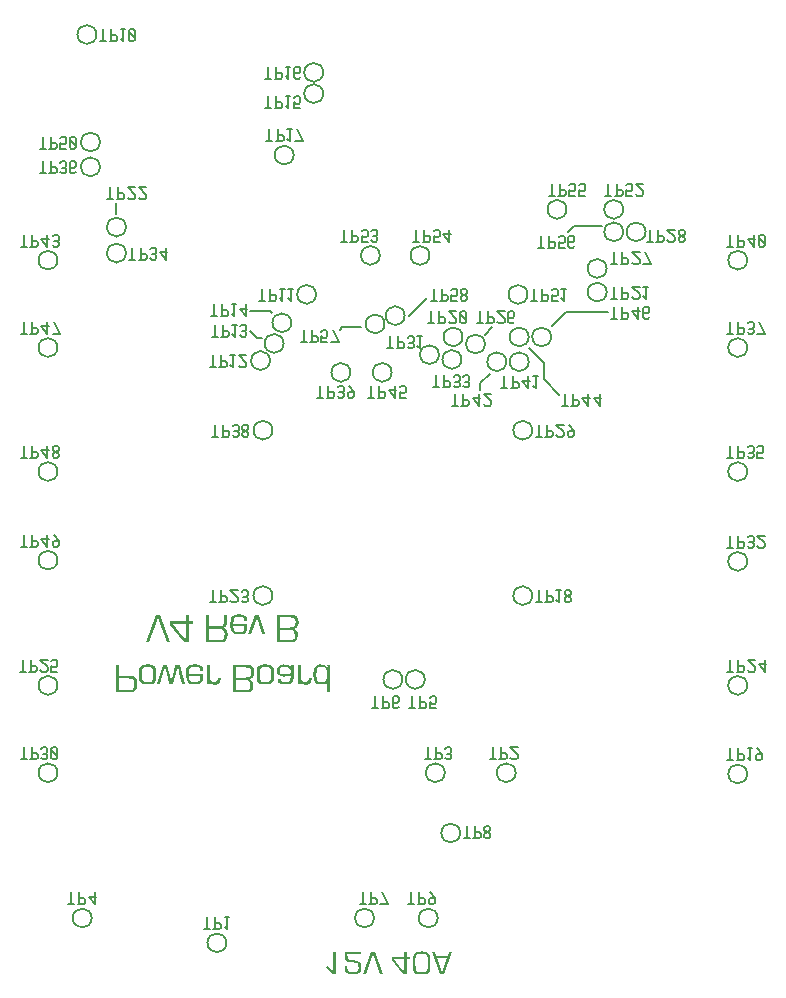
<source format=gbo>
G04 start of page 13 for group -4078 idx -4078 *
G04 Title: (unknown), bottomsilk *
G04 Creator: pcb 20140316 *
G04 CreationDate: Tue 21 Mar 2017 17:58:39 GMT UTC *
G04 For: kier *
G04 Format: Gerber/RS-274X *
G04 PCB-Dimensions (mil): 3346.46 4133.86 *
G04 PCB-Coordinate-Origin: lower left *
%MOIN*%
%FSLAX25Y25*%
%LNBOTTOMSILK*%
%ADD204C,0.0059*%
%ADD203C,0.0079*%
%ADD202C,0.0001*%
G54D202*G36*
X132373Y168044D02*X133328D01*
X134538Y167898D01*
X135325Y167458D01*
X135764Y166634D01*
X135911Y165375D01*
X135819Y164550D01*
X135543Y163916D01*
X135086Y163465D01*
X134457Y163199D01*
Y163183D01*
X134967Y162901D01*
X135336Y162489D01*
X135553Y161925D01*
X135629Y161225D01*
X135498Y159981D01*
X135108Y159250D01*
X134283Y158897D01*
X132872Y158778D01*
X132373D01*
Y159662D01*
X132851D01*
X133773Y159733D01*
X134306Y159944D01*
X134549Y160373D01*
X134630Y161143D01*
X134533Y162033D01*
X134261Y162548D01*
X133648Y162776D01*
X132569Y162852D01*
X132373D01*
Y163747D01*
X132525D01*
X133849Y163813D01*
X134543Y164030D01*
X134815Y164534D01*
X134912Y165549D01*
X134815Y166368D01*
X134543Y166845D01*
X133963Y167079D01*
X132981Y167155D01*
X132373D01*
Y168044D01*
G37*
G36*
X128793D02*X132373D01*
Y167155D01*
X129834D01*
Y163747D01*
X132373D01*
Y162852D01*
X129834D01*
Y159662D01*
X132373D01*
Y158778D01*
X128793D01*
Y168044D01*
G37*
G36*
X146436Y142111D02*X145481D01*
Y145692D01*
X145459Y145708D01*
X145204Y145307D01*
X144765Y145025D01*
X144146Y144851D01*
X143658Y144818D01*
Y145591D01*
X144521Y145708D01*
X145090Y146077D01*
X145383Y146788D01*
X145481Y147949D01*
X145389Y149359D01*
X145134Y150179D01*
X144575Y150553D01*
X143658Y150677D01*
Y151417D01*
X144759Y151226D01*
X145503Y150526D01*
X145546D01*
X145481Y151378D01*
X146436D01*
Y142111D01*
G37*
G36*
X143658Y144818D02*X143354Y144797D01*
X142150Y144976D01*
X141380Y145518D01*
X140967Y146489D01*
X140837Y148030D01*
X140967Y149701D01*
X141380Y150743D01*
X142166Y151280D01*
X143419Y151459D01*
X143658Y151417D01*
Y150677D01*
X143615Y150683D01*
X142709Y150553D01*
X142182Y150179D01*
X141917Y149381D01*
X141835Y148030D01*
X141917Y146804D01*
X142182Y146077D01*
X142703Y145708D01*
X143593Y145583D01*
X143658Y145591D01*
Y144818D01*
G37*
G36*
X135802Y144889D02*Y151378D01*
X136757D01*
Y147493D01*
X136856Y146630D01*
X137148Y146023D01*
X137647Y145654D01*
X138341Y145535D01*
X139150Y145784D01*
X139426Y146533D01*
X139406Y146864D01*
X139383Y147037D01*
X140316D01*
Y146576D01*
X140202Y145768D01*
X139866Y145193D01*
X139312Y144846D01*
X138536Y144731D01*
X137413Y144965D01*
X136670Y145665D01*
X136648Y145648D01*
X136757Y144889D01*
X135802D01*
G37*
G36*
X131505Y145545D02*X131636Y145535D01*
X132487Y145616D01*
X132981Y145865D01*
X133203Y146381D01*
X133285Y147292D01*
Y148095D01*
X133263D01*
X132574Y147596D01*
X131505Y147463D01*
Y148166D01*
X132357Y148231D01*
X132938Y148442D01*
X133231Y148828D01*
X133328Y149468D01*
X133198Y150000D01*
X132824Y150379D01*
X132200Y150607D01*
X131505Y150668D01*
Y151405D01*
X132520Y151258D01*
X133350Y150662D01*
Y150683D01*
X133285Y151378D01*
X134240D01*
Y147097D01*
X134093Y145969D01*
X133654Y145280D01*
X132824Y144916D01*
X131505Y144799D01*
Y145545D01*
G37*
G36*
Y147463D02*X131223Y147428D01*
X129993Y147537D01*
X129227Y147884D01*
X128814Y148502D01*
X128684Y149484D01*
X128836Y150347D01*
X129293Y150965D01*
X130057Y151334D01*
X131136Y151459D01*
X131505Y151405D01*
Y150668D01*
X131332Y150683D01*
X130496Y150623D01*
X130008Y150444D01*
X129764Y150048D01*
X129682Y149376D01*
X129764Y148752D01*
X130008Y148405D01*
X130519Y148220D01*
X131419Y148160D01*
X131505Y148166D01*
Y147463D01*
G37*
G36*
X129899Y146706D02*Y146517D01*
X130002Y146088D01*
X130328Y145779D01*
X130871Y145594D01*
X131505Y145545D01*
Y144799D01*
X131484Y144797D01*
X130230Y144894D01*
X129465Y145187D01*
X129086Y145762D01*
X128966Y146706D01*
X129899D01*
G37*
G36*
X185585Y54127D02*X186171Y55689D01*
X187039D01*
X184283Y48283D01*
X183718D01*
Y49020D01*
X185346Y53492D01*
X183718D01*
Y54127D01*
X185585D01*
G37*
G36*
X183718Y48283D02*X183111D01*
X180398Y55689D01*
X181266D01*
X181852Y54127D01*
X183718D01*
Y53492D01*
X182091D01*
X183697Y48962D01*
X183718Y49020D01*
Y48283D01*
G37*
G36*
X176926Y55776D02*X177826Y55731D01*
X178543Y55602D01*
X179074Y55385D01*
X179422Y55081D01*
X179595Y54680D01*
X179725Y54029D01*
X179807Y53128D01*
X179834Y51978D01*
X179801Y50774D01*
X179720Y49835D01*
X179584Y49168D01*
X179400Y48761D01*
X179085Y48517D01*
X178570Y48343D01*
X177848Y48235D01*
X176926Y48202D01*
Y48918D01*
X178163Y49016D01*
X178749Y49325D01*
X178955Y50188D01*
X179031Y51978D01*
X179009Y52998D01*
X178955Y53785D01*
X178868Y54344D01*
X178749Y54664D01*
X178163Y54957D01*
X176926Y55054D01*
Y55776D01*
G37*
G36*
X176926Y48202D02*X175298Y48338D01*
X174452Y48744D01*
X174256Y49130D01*
X174121Y49754D01*
X174040Y50616D01*
X174018Y51712D01*
X174040Y52981D01*
X174115Y53964D01*
X174246Y54664D01*
X174430Y55081D01*
X174777Y55385D01*
X175309Y55602D01*
X176025Y55731D01*
X176926Y55776D01*
X176926Y55776D01*
Y55054D01*
X176926Y55054D01*
X175678Y54957D01*
X175081Y54664D01*
X174967Y54344D01*
X174886Y53785D01*
X174837Y52998D01*
X174821Y51978D01*
X174886Y50188D01*
X175081Y49325D01*
X175678Y49016D01*
X176926Y48918D01*
X176926Y48918D01*
Y48202D01*
X176926Y48202D01*
G37*
G36*
X171978Y48283D02*X170697D01*
X169417Y49919D01*
Y51025D01*
X171131Y48804D01*
X171153D01*
Y53275D01*
X169417D01*
Y53969D01*
X171153D01*
Y55689D01*
X171978D01*
Y53969D01*
X173085D01*
Y53275D01*
X171978D01*
Y48283D01*
G37*
G36*
X169417Y49919D02*X167008Y52998D01*
Y53969D01*
X169417D01*
Y53275D01*
X167681D01*
X169417Y51025D01*
Y49919D01*
G37*
G36*
X163080Y48283D02*X161149Y53888D01*
X160780Y55011D01*
X160758D01*
X160585Y54452D01*
X160389Y53866D01*
X158414Y48283D01*
X157503D01*
X160172Y55689D01*
X161366D01*
X163970Y48283D01*
X163080D01*
G37*
G36*
X156700Y54972D02*X152186D01*
Y54733D01*
X152251Y53796D01*
X152447Y53318D01*
X153005Y53090D01*
X154139Y52928D01*
X155458Y52689D01*
X156223Y52325D01*
X156592Y51646D01*
X156722Y50540D01*
X156592Y49379D01*
X156201Y48679D01*
X155436Y48316D01*
X154183Y48202D01*
X152767Y48311D01*
X151926Y48657D01*
X151513Y49314D01*
X151383Y50416D01*
X151362Y50806D01*
X152186D01*
Y50242D01*
X152268Y49537D01*
X152533Y49151D01*
X153119Y48972D01*
X154204Y48918D01*
X155089Y48989D01*
X155593Y49200D01*
X155837Y49644D01*
X155919Y50431D01*
X155843Y51316D01*
X155637Y51783D01*
X155078Y52016D01*
X153987Y52194D01*
X152582Y52428D01*
X151817Y52754D01*
X151475Y53329D01*
X151362Y54300D01*
Y55689D01*
X156700D01*
Y54972D01*
G37*
G36*
X148345Y48283D02*X147130D01*
X145090Y50496D01*
X145611Y51001D01*
X147499Y48896D01*
Y55689D01*
X148345D01*
Y48283D01*
G37*
G36*
X124848Y161556D02*X123785D01*
X122678Y165093D01*
X122331Y166194D01*
X122179Y166764D01*
X122006Y167301D01*
X121984D01*
X121810Y166737D01*
X121636Y166194D01*
X121289Y165093D01*
X120139Y161556D01*
X119163D01*
X121311Y168044D01*
X122678D01*
X124848Y161556D01*
G37*
G36*
X124843Y144797D02*Y145583D01*
X125857Y145681D01*
X126406Y145996D01*
X126628Y146733D01*
X126709Y148139D01*
X126628Y149528D01*
X126406Y150271D01*
X125857Y150580D01*
X124843Y150683D01*
Y151459D01*
X126319Y151307D01*
X127165Y150857D01*
X127566Y149858D01*
X127707Y148139D01*
X127566Y146408D01*
X127165Y145426D01*
X126319Y144954D01*
X124843Y144797D01*
G37*
G36*
Y144797D02*X123351Y144954D01*
X122499Y145426D01*
X122109Y146408D01*
X121978Y148139D01*
X122109Y149858D01*
X122499Y150857D01*
X123351Y151307D01*
X124843Y151459D01*
Y150683D01*
X123819Y150580D01*
X123280Y150271D01*
X123047Y149528D01*
X122977Y148139D01*
X123047Y146733D01*
X123280Y145996D01*
X123819Y145681D01*
X124843Y145583D01*
Y144797D01*
G37*
G36*
X117573Y151378D02*X118528D01*
X119738Y151231D01*
X120524Y150792D01*
X120964Y149967D01*
X121110Y148708D01*
X121019Y147884D01*
X120741Y147249D01*
X120286Y146799D01*
X119656Y146533D01*
Y146517D01*
X120166Y146234D01*
X120535Y145822D01*
X120752Y145258D01*
X120828Y144558D01*
X120698Y143316D01*
X120307Y142583D01*
X119483Y142231D01*
X118072Y142111D01*
X117573D01*
Y142994D01*
X118050D01*
X118973Y143066D01*
X119504Y143278D01*
X119749Y143706D01*
X119830Y144477D01*
X119732Y145366D01*
X119461Y145881D01*
X118848Y146110D01*
X117769Y146186D01*
X117573D01*
Y147081D01*
X117725D01*
X119049Y147146D01*
X119743Y147363D01*
X120014Y147868D01*
X120112Y148881D01*
X120014Y149701D01*
X119743Y150179D01*
X119163Y150412D01*
X118181Y150488D01*
X117573D01*
Y151378D01*
G37*
G36*
X113993D02*X117573D01*
Y150488D01*
X115034D01*
Y147081D01*
X117573D01*
Y146186D01*
X115034D01*
Y142994D01*
X117573D01*
Y142111D01*
X113993D01*
Y151378D01*
G37*
G36*
X116022Y164979D02*X118832D01*
Y164458D01*
X118685Y162939D01*
X118267Y162049D01*
X117406Y161610D01*
X116022Y161472D01*
Y162250D01*
X116954Y162326D01*
X117508Y162570D01*
X117763Y163069D01*
X117856Y163937D01*
Y164241D01*
X116022D01*
Y164979D01*
G37*
G36*
X117856Y166086D02*Y166286D01*
X117763Y166834D01*
X117508Y167155D01*
X116971Y167301D01*
X116032Y167350D01*
X116022Y167349D01*
Y168120D01*
X116076Y168126D01*
X117378Y168028D01*
X118224Y167740D01*
X118674Y167181D01*
X118832Y166324D01*
Y166086D01*
X117856D01*
G37*
G36*
X116022Y167349D02*X115034Y167247D01*
X114491Y166938D01*
X114247Y166231D01*
X114166Y164979D01*
X116022D01*
Y164241D01*
X114188D01*
X114269Y163210D01*
X114513Y162614D01*
X115056Y162342D01*
X116011Y162250D01*
X116022Y162250D01*
Y161472D01*
X115924Y161463D01*
X114556Y161631D01*
X113732Y162142D01*
X113303Y163107D01*
X113169Y164724D01*
X113298Y166466D01*
X113710Y167475D01*
X114578Y167963D01*
X116022Y168120D01*
Y167349D01*
G37*
G36*
X108675Y164285D02*X109630D01*
X110243Y164381D01*
X110683Y164691D01*
X110949Y165196D01*
X111041Y165912D01*
Y168044D01*
X112082D01*
Y165673D01*
X111985Y164925D01*
X111708Y164377D01*
X111247Y164030D01*
X110607Y163878D01*
Y163856D01*
X111383Y163628D01*
X111866Y163227D01*
X112121Y162510D01*
X112213Y161425D01*
X112056Y160183D01*
X111606Y159380D01*
X110770Y158924D01*
X109500Y158778D01*
X108675D01*
Y159662D01*
X109500D01*
X110374Y159760D01*
X110889Y160058D01*
X111133Y160650D01*
X111214Y161680D01*
X111101Y162527D01*
X110780Y163053D01*
X110151Y163324D01*
X109153Y163416D01*
X108675D01*
Y164285D01*
G37*
G36*
X105095Y168044D02*X106136D01*
Y164285D01*
X108675D01*
Y163416D01*
X106136D01*
Y159662D01*
X108675D01*
Y158778D01*
X105095D01*
Y168044D01*
G37*
G36*
X105388Y144889D02*Y151378D01*
X106343D01*
Y147493D01*
X106440Y146630D01*
X106733Y146023D01*
X107232Y145654D01*
X107927Y145535D01*
X108735Y145784D01*
X109012Y146533D01*
X108990Y146864D01*
X108969Y147037D01*
X109902D01*
Y146576D01*
X109788Y145768D01*
X109451Y145193D01*
X108898Y144846D01*
X108122Y144731D01*
X106999Y144965D01*
X106256Y145665D01*
X106234Y145648D01*
X106343Y144889D01*
X105388D01*
G37*
G36*
X101265Y148312D02*X104075D01*
Y147792D01*
X103928Y146272D01*
X103511Y145383D01*
X102648Y144943D01*
X101265Y144806D01*
Y145584D01*
X102197Y145659D01*
X102751Y145903D01*
X103006Y146403D01*
X103098Y147271D01*
Y147574D01*
X101265D01*
Y148312D01*
G37*
G36*
X103098Y149419D02*Y149620D01*
X103006Y150168D01*
X102751Y150488D01*
X102214Y150634D01*
X101275Y150683D01*
X101265Y150682D01*
Y151453D01*
X101319Y151459D01*
X102621Y151361D01*
X103467Y151074D01*
X103917Y150515D01*
X104075Y149658D01*
Y149419D01*
X103098D01*
G37*
G36*
X101265Y150682D02*X100277Y150580D01*
X99734Y150271D01*
X99490Y149566D01*
X99409Y148312D01*
X101265D01*
Y147574D01*
X99431D01*
X99512Y146544D01*
X99756Y145947D01*
X100299Y145676D01*
X101254Y145583D01*
X101265Y145584D01*
Y144806D01*
X101167Y144797D01*
X99800Y144965D01*
X98975Y145475D01*
X98546Y146441D01*
X98411Y148057D01*
X98541Y149799D01*
X98953Y150808D01*
X99821Y151296D01*
X101265Y151453D01*
Y150682D01*
G37*
G36*
X99295Y158778D02*X97667D01*
X96094Y160796D01*
Y162223D01*
X98232Y159445D01*
X98253D01*
Y165028D01*
X96094D01*
Y165912D01*
X98253D01*
Y168044D01*
X99295D01*
Y165912D01*
X100684D01*
Y165028D01*
X99295D01*
Y158778D01*
G37*
G36*
X96094Y160796D02*X93067Y164681D01*
Y165912D01*
X96094D01*
Y165028D01*
X93935D01*
X96094Y162223D01*
Y160796D01*
G37*
G36*
X91965Y158778D02*X89535Y165787D01*
X89079Y167193D01*
X89036D01*
X88819Y166481D01*
X88580Y165787D01*
X86106Y158778D01*
X84999D01*
X88298Y168044D01*
X89795D01*
X93072Y158778D01*
X91965D01*
G37*
G36*
X98096Y144889D02*X97076D01*
X96165Y148486D01*
X95882Y149593D01*
X95622Y150727D01*
X95600D01*
X95470Y150162D01*
X95340Y149620D01*
X95058Y148486D01*
X94190Y144889D01*
X92801D01*
X91911Y148486D01*
X91629Y149593D01*
X91369Y150727D01*
X91347D01*
X91217Y150162D01*
X91065Y149593D01*
X90783Y148486D01*
X89871Y144889D01*
X88873D01*
X90631Y151378D01*
X92063D01*
X92953Y147775D01*
X93213Y146668D01*
X93474Y145583D01*
X93495D01*
X93626Y146120D01*
X93734Y146668D01*
X93994Y147775D01*
X94862Y151378D01*
X96273D01*
X98096Y144889D01*
G37*
G36*
X85602Y151459D02*X87077Y151307D01*
X87923Y150857D01*
X88325Y149858D01*
X88466Y148139D01*
X88325Y146408D01*
X87923Y145426D01*
X87077Y144954D01*
X85602Y144797D01*
Y145583D01*
X86616Y145681D01*
X87164Y145996D01*
X87386Y146733D01*
X87469Y148139D01*
X87386Y149528D01*
X87164Y150271D01*
X86616Y150580D01*
X85602Y150683D01*
Y151459D01*
G37*
G36*
X85601Y144797D02*X84109Y144954D01*
X83258Y145426D01*
X82867Y146408D01*
X82737Y148139D01*
X82867Y149858D01*
X83258Y150857D01*
X84109Y151307D01*
X85601Y151459D01*
X85602Y151459D01*
Y150683D01*
X85601Y150683D01*
X84576Y150580D01*
X84039Y150271D01*
X83806Y149528D01*
X83735Y148139D01*
X83806Y146733D01*
X84039Y145996D01*
X84576Y145681D01*
X85601Y145583D01*
X85602Y145583D01*
Y144797D01*
X85601Y144797D01*
G37*
G36*
X78603Y147731D02*X79232D01*
X80599Y147585D01*
X81446Y147146D01*
X81896Y146305D01*
X82053Y144970D01*
X81907Y143581D01*
X81467Y142713D01*
X80648Y142258D01*
X79341Y142111D01*
X78603D01*
Y142994D01*
X79362D01*
X80257Y143088D01*
X80751Y143370D01*
X80974Y143961D01*
X81056Y145063D01*
X80941Y146001D01*
X80599Y146533D01*
X79883Y146766D01*
X78624Y146842D01*
X78603D01*
Y147731D01*
G37*
G36*
X75109Y151378D02*X76150D01*
Y147731D01*
X78603D01*
Y146842D01*
X76150D01*
Y142994D01*
X78603D01*
Y142111D01*
X75109D01*
Y151378D01*
G37*
G54D203*X75197Y301575D02*Y305118D01*
X119685Y262598D02*X122047Y260236D01*
X123622D01*
X119685Y269291D02*X126378D01*
X127165Y268504D01*
X225591Y295669D02*X227559Y297638D01*
X237008D01*
X196457Y242913D02*Y245276D01*
X199606Y248425D01*
X212598Y257087D02*X217717Y251969D01*
Y246457D01*
X222835Y241339D01*
X198031Y261417D02*X200394Y263780D01*
X156693D02*X150394D01*
X149606Y262992D01*
X225197Y268898D02*X220472Y264173D01*
X238976Y268898D02*X225197D01*
X172835Y267717D02*X178740Y273622D01*
X237795Y303150D02*G75*G03X237795Y303150I3150J0D01*G01*
Y295669D02*G75*G03X237795Y295669I3150J0D01*G01*
X245276D02*G75*G03X245276Y295669I3150J0D01*G01*
X232283Y275591D02*G75*G03X232283Y275591I3150J0D01*G01*
Y283465D02*G75*G03X232283Y283465I3150J0D01*G01*
X279134Y257087D02*G75*G03X279134Y257087I3150J0D01*G01*
Y286220D02*G75*G03X279134Y286220I3150J0D01*G01*
X218898Y303150D02*G75*G03X218898Y303150I3150J0D01*G01*
X173228Y287795D02*G75*G03X173228Y287795I3150J0D01*G01*
X164961Y267717D02*G75*G03X164961Y267717I3150J0D01*G01*
X158268Y264961D02*G75*G03X158268Y264961I3150J0D01*G01*
X160630Y248819D02*G75*G03X160630Y248819I3150J0D01*G01*
X146850D02*G75*G03X146850Y248819I3150J0D01*G01*
X156693Y287795D02*G75*G03X156693Y287795I3150J0D01*G01*
X49213Y215748D02*G75*G03X49213Y215748I3150J0D01*G01*
Y186220D02*G75*G03X49213Y186220I3150J0D01*G01*
X72047Y288583D02*G75*G03X72047Y288583I3150J0D01*G01*
X49213Y286220D02*G75*G03X49213Y286220I3150J0D01*G01*
Y257087D02*G75*G03X49213Y257087I3150J0D01*G01*
X127953Y321260D02*G75*G03X127953Y321260I3150J0D01*G01*
X120866Y229528D02*G75*G03X120866Y229528I3150J0D01*G01*
Y174409D02*G75*G03X120866Y174409I3150J0D01*G01*
X135433Y274803D02*G75*G03X135433Y274803I3150J0D01*G01*
X127165Y265354D02*G75*G03X127165Y265354I3150J0D01*G01*
X120079Y252756D02*G75*G03X120079Y252756I3150J0D01*G01*
X124606Y258465D02*G75*G03X124606Y258465I3150J0D01*G01*
X105512Y58661D02*G75*G03X105512Y58661I3150J0D01*G01*
X60630Y66929D02*G75*G03X60630Y66929I3150J0D01*G01*
X178346Y115354D02*G75*G03X178346Y115354I3150J0D01*G01*
X183465Y95276D02*G75*G03X183465Y95276I3150J0D01*G01*
X201969Y115354D02*G75*G03X201969Y115354I3150J0D01*G01*
X175984Y66929D02*G75*G03X175984Y66929I3150J0D01*G01*
X154724D02*G75*G03X154724Y66929I3150J0D01*G01*
X207480Y174409D02*G75*G03X207480Y174409I3150J0D01*G01*
X279134Y144488D02*G75*G03X279134Y144488I3150J0D01*G01*
Y114961D02*G75*G03X279134Y114961I3150J0D01*G01*
X49213Y144488D02*G75*G03X49213Y144488I3150J0D01*G01*
Y115354D02*G75*G03X49213Y115354I3150J0D01*G01*
X207480Y229528D02*G75*G03X207480Y229528I3150J0D01*G01*
X164173Y146457D02*G75*G03X164173Y146457I3150J0D01*G01*
X171654D02*G75*G03X171654Y146457I3150J0D01*G01*
X137795Y341732D02*G75*G03X137795Y341732I3150J0D01*G01*
X63386Y325591D02*G75*G03X63386Y325591I3150J0D01*G01*
X72047Y297244D02*G75*G03X72047Y297244I3150J0D01*G01*
X63386Y317323D02*G75*G03X63386Y317323I3150J0D01*G01*
X62205Y361417D02*G75*G03X62205Y361417I3150J0D01*G01*
X137795Y348819D02*G75*G03X137795Y348819I3150J0D01*G01*
X279134Y215748D02*G75*G03X279134Y215748I3150J0D01*G01*
Y185827D02*G75*G03X279134Y185827I3150J0D01*G01*
X205906Y274803D02*G75*G03X205906Y274803I3150J0D01*G01*
X206299Y260630D02*G75*G03X206299Y260630I3150J0D01*G01*
X213780D02*G75*G03X213780Y260630I3150J0D01*G01*
X206299Y252362D02*G75*G03X206299Y252362I3150J0D01*G01*
X198819D02*G75*G03X198819Y252362I3150J0D01*G01*
X184252Y260630D02*G75*G03X184252Y260630I3150J0D01*G01*
X191732Y258268D02*G75*G03X191732Y258268I3150J0D01*G01*
X183858Y253150D02*G75*G03X183858Y253150I3150J0D01*G01*
X176378Y254724D02*G75*G03X176378Y254724I3150J0D01*G01*
G54D204*X190945Y93520D02*X192945D01*
X191945D02*Y97520D01*
X194645Y93520D02*Y97520D01*
X194145Y93520D02*X196145D01*
X196645Y94020D01*
Y95020D01*
X196145Y95520D02*X196645Y95020D01*
X194645Y95520D02*X196145D01*
X197845Y97020D02*X198345Y97520D01*
X197845Y96220D02*Y97020D01*
Y96220D02*X198545Y95520D01*
X199145D01*
X199845Y96220D01*
Y97020D01*
X199345Y97520D02*X199845Y97020D01*
X198345Y97520D02*X199345D01*
X197845Y94820D02*X198545Y95520D01*
X197845Y94020D02*Y94820D01*
Y94020D02*X198345Y93520D01*
X199345D01*
X199845Y94020D01*
Y94820D01*
X199145Y95520D02*X199845Y94820D01*
X172441Y71472D02*X174441D01*
X173441D02*Y75472D01*
X176141Y71472D02*Y75472D01*
X175641Y71472D02*X177641D01*
X178141Y71972D01*
Y72972D01*
X177641Y73472D02*X178141Y72972D01*
X176141Y73472D02*X177641D01*
X179841Y75472D02*X181341Y73472D01*
Y71972D02*Y73472D01*
X180841Y71472D02*X181341Y71972D01*
X179841Y71472D02*X180841D01*
X179341Y71972D02*X179841Y71472D01*
X179341Y71972D02*Y72972D01*
X179841Y73472D01*
X181341D01*
X156299Y71472D02*X158299D01*
X157299D02*Y75472D01*
X159999Y71472D02*Y75472D01*
X159499Y71472D02*X161499D01*
X161999Y71972D01*
Y72972D01*
X161499Y73472D02*X161999Y72972D01*
X159999Y73472D02*X161499D01*
X163699Y75472D02*X165699Y71472D01*
X163199D02*X165699D01*
X106299Y250606D02*X108299D01*
X107299D02*Y254606D01*
X109999Y250606D02*Y254606D01*
X109499Y250606D02*X111499D01*
X111999Y251106D01*
Y252106D01*
X111499Y252606D02*X111999Y252106D01*
X109999Y252606D02*X111499D01*
X113199Y251406D02*X113999Y250606D01*
Y254606D01*
X113199D02*X114699D01*
X115899Y251106D02*X116399Y250606D01*
X117899D01*
X118399Y251106D01*
Y252106D01*
X115899Y254606D02*X118399Y252106D01*
X115899Y254606D02*X118399D01*
X107087Y227378D02*X109087D01*
X108087D02*Y231378D01*
X110787Y227378D02*Y231378D01*
X110287Y227378D02*X112287D01*
X112787Y227878D01*
Y228878D01*
X112287Y229378D02*X112787Y228878D01*
X110787Y229378D02*X112287D01*
X113987Y227878D02*X114487Y227378D01*
X115487D01*
X115987Y227878D01*
X115487Y231378D02*X115987Y230878D01*
X114487Y231378D02*X115487D01*
X113987Y230878D02*X114487Y231378D01*
Y229178D02*X115487D01*
X115987Y227878D02*Y228678D01*
Y229678D02*Y230878D01*
Y229678D02*X115487Y229178D01*
X115987Y228678D02*X115487Y229178D01*
X117187Y230878D02*X117687Y231378D01*
X117187Y230078D02*Y230878D01*
Y230078D02*X117887Y229378D01*
X118487D01*
X119187Y230078D01*
Y230878D01*
X118687Y231378D02*X119187Y230878D01*
X117687Y231378D02*X118687D01*
X117187Y228678D02*X117887Y229378D01*
X117187Y227878D02*Y228678D01*
Y227878D02*X117687Y227378D01*
X118687D01*
X119187Y227878D01*
Y228678D01*
X118487Y229378D02*X119187Y228678D01*
X160433Y136827D02*X162433D01*
X161433D02*Y140827D01*
X164133Y136827D02*Y140827D01*
X163633Y136827D02*X165633D01*
X166133Y137327D01*
Y138327D01*
X165633Y138827D02*X166133Y138327D01*
X164133Y138827D02*X165633D01*
X168833Y136827D02*X169333Y137327D01*
X167833Y136827D02*X168833D01*
X167333Y137327D02*X167833Y136827D01*
X167333Y137327D02*Y140327D01*
X167833Y140827D01*
X168833Y138627D02*X169333Y139127D01*
X167333Y138627D02*X168833D01*
X167833Y140827D02*X168833D01*
X169333Y140327D01*
Y139127D02*Y140327D01*
X177953Y119898D02*X179953D01*
X178953D02*Y123898D01*
X181653Y119898D02*Y123898D01*
X181153Y119898D02*X183153D01*
X183653Y120398D01*
Y121398D01*
X183153Y121898D02*X183653Y121398D01*
X181653Y121898D02*X183153D01*
X184853Y120398D02*X185353Y119898D01*
X186353D01*
X186853Y120398D01*
X186353Y123898D02*X186853Y123398D01*
X185353Y123898D02*X186353D01*
X184853Y123398D02*X185353Y123898D01*
Y121698D02*X186353D01*
X186853Y120398D02*Y121198D01*
Y122198D02*Y123398D01*
Y122198D02*X186353Y121698D01*
X186853Y121198D02*X186353Y121698D01*
X172835Y136827D02*X174835D01*
X173835D02*Y140827D01*
X176535Y136827D02*Y140827D01*
X176035Y136827D02*X178035D01*
X178535Y137327D01*
Y138327D01*
X178035Y138827D02*X178535Y138327D01*
X176535Y138827D02*X178035D01*
X179735Y136827D02*X181735D01*
X179735D02*Y138827D01*
X180235Y138327D01*
X181235D01*
X181735Y138827D01*
Y140327D01*
X181235Y140827D02*X181735Y140327D01*
X180235Y140827D02*X181235D01*
X179735Y140327D02*X180235Y140827D01*
X159055Y240370D02*X161055D01*
X160055D02*Y244370D01*
X162755Y240370D02*Y244370D01*
X162255Y240370D02*X164255D01*
X164755Y240870D01*
Y241870D01*
X164255Y242370D02*X164755Y241870D01*
X162755Y242370D02*X164255D01*
X165955Y242870D02*X167955Y240370D01*
X165955Y242870D02*X168455D01*
X167955Y240370D02*Y244370D01*
X169655Y240370D02*X171655D01*
X169655D02*Y242370D01*
X170155Y241870D01*
X171155D01*
X171655Y242370D01*
Y243870D01*
X171155Y244370D02*X171655Y243870D01*
X170155Y244370D02*X171155D01*
X169655Y243870D02*X170155Y244370D01*
X180709Y243913D02*X182709D01*
X181709D02*Y247913D01*
X184409Y243913D02*Y247913D01*
X183909Y243913D02*X185909D01*
X186409Y244413D01*
Y245413D01*
X185909Y245913D02*X186409Y245413D01*
X184409Y245913D02*X185909D01*
X187609Y244413D02*X188109Y243913D01*
X189109D01*
X189609Y244413D01*
X189109Y247913D02*X189609Y247413D01*
X188109Y247913D02*X189109D01*
X187609Y247413D02*X188109Y247913D01*
Y245713D02*X189109D01*
X189609Y244413D02*Y245213D01*
Y246213D02*Y247413D01*
Y246213D02*X189109Y245713D01*
X189609Y245213D02*X189109Y245713D01*
X190809Y244413D02*X191309Y243913D01*
X192309D01*
X192809Y244413D01*
X192309Y247913D02*X192809Y247413D01*
X191309Y247913D02*X192309D01*
X190809Y247413D02*X191309Y247913D01*
Y245713D02*X192309D01*
X192809Y244413D02*Y245213D01*
Y246213D02*Y247413D01*
Y246213D02*X192309Y245713D01*
X192809Y245213D02*X192309Y245713D01*
X142126Y240370D02*X144126D01*
X143126D02*Y244370D01*
X145826Y240370D02*Y244370D01*
X145326Y240370D02*X147326D01*
X147826Y240870D01*
Y241870D01*
X147326Y242370D02*X147826Y241870D01*
X145826Y242370D02*X147326D01*
X149026Y240870D02*X149526Y240370D01*
X150526D01*
X151026Y240870D01*
X150526Y244370D02*X151026Y243870D01*
X149526Y244370D02*X150526D01*
X149026Y243870D02*X149526Y244370D01*
Y242170D02*X150526D01*
X151026Y240870D02*Y241670D01*
Y242670D02*Y243870D01*
Y242670D02*X150526Y242170D01*
X151026Y241670D02*X150526Y242170D01*
X152726Y244370D02*X154226Y242370D01*
Y240870D02*Y242370D01*
X153726Y240370D02*X154226Y240870D01*
X152726Y240370D02*X153726D01*
X152226Y240870D02*X152726Y240370D01*
X152226Y240870D02*Y241870D01*
X152726Y242370D01*
X154226D01*
X104331Y63205D02*X106331D01*
X105331D02*Y67205D01*
X108031Y63205D02*Y67205D01*
X107531Y63205D02*X109531D01*
X110031Y63705D01*
Y64705D01*
X109531Y65205D02*X110031Y64705D01*
X108031Y65205D02*X109531D01*
X111231Y64005D02*X112031Y63205D01*
Y67205D01*
X111231D02*X112731D01*
X59055Y71472D02*X61055D01*
X60055D02*Y75472D01*
X62755Y71472D02*Y75472D01*
X62255Y71472D02*X64255D01*
X64755Y71972D01*
Y72972D01*
X64255Y73472D02*X64755Y72972D01*
X62755Y73472D02*X64255D01*
X65955Y73972D02*X67955Y71472D01*
X65955Y73972D02*X68455D01*
X67955Y71472D02*Y75472D01*
X106299Y172260D02*X108299D01*
X107299D02*Y176260D01*
X109999Y172260D02*Y176260D01*
X109499Y172260D02*X111499D01*
X111999Y172760D01*
Y173760D01*
X111499Y174260D02*X111999Y173760D01*
X109999Y174260D02*X111499D01*
X113199Y172760D02*X113699Y172260D01*
X115199D01*
X115699Y172760D01*
Y173760D01*
X113199Y176260D02*X115699Y173760D01*
X113199Y176260D02*X115699D01*
X116899Y172760D02*X117399Y172260D01*
X118399D01*
X118899Y172760D01*
X118399Y176260D02*X118899Y175760D01*
X117399Y176260D02*X118399D01*
X116899Y175760D02*X117399Y176260D01*
Y174060D02*X118399D01*
X118899Y172760D02*Y173560D01*
Y174560D02*Y175760D01*
Y174560D02*X118399Y174060D01*
X118899Y173560D02*X118399Y174060D01*
X42913Y149031D02*X44913D01*
X43913D02*Y153031D01*
X46613Y149031D02*Y153031D01*
X46113Y149031D02*X48113D01*
X48613Y149531D01*
Y150531D01*
X48113Y151031D02*X48613Y150531D01*
X46613Y151031D02*X48113D01*
X49813Y149531D02*X50313Y149031D01*
X51813D01*
X52313Y149531D01*
Y150531D01*
X49813Y153031D02*X52313Y150531D01*
X49813Y153031D02*X52313D01*
X53513Y149031D02*X55513D01*
X53513D02*Y151031D01*
X54013Y150531D01*
X55013D01*
X55513Y151031D01*
Y152531D01*
X55013Y153031D02*X55513Y152531D01*
X54013Y153031D02*X55013D01*
X53513Y152531D02*X54013Y153031D01*
X43307Y119898D02*X45307D01*
X44307D02*Y123898D01*
X47007Y119898D02*Y123898D01*
X46507Y119898D02*X48507D01*
X49007Y120398D01*
Y121398D01*
X48507Y121898D02*X49007Y121398D01*
X47007Y121898D02*X48507D01*
X50207Y120398D02*X50707Y119898D01*
X51707D01*
X52207Y120398D01*
X51707Y123898D02*X52207Y123398D01*
X50707Y123898D02*X51707D01*
X50207Y123398D02*X50707Y123898D01*
Y121698D02*X51707D01*
X52207Y120398D02*Y121198D01*
Y122198D02*Y123398D01*
Y122198D02*X51707Y121698D01*
X52207Y121198D02*X51707Y121698D01*
X53407Y123398D02*X53907Y123898D01*
X53407Y120398D02*Y123398D01*
Y120398D02*X53907Y119898D01*
X54907D01*
X55407Y120398D01*
Y123398D01*
X54907Y123898D02*X55407Y123398D01*
X53907Y123898D02*X54907D01*
X53407Y122898D02*X55407Y120898D01*
X43307Y220291D02*X45307D01*
X44307D02*Y224291D01*
X47007Y220291D02*Y224291D01*
X46507Y220291D02*X48507D01*
X49007Y220791D01*
Y221791D01*
X48507Y222291D02*X49007Y221791D01*
X47007Y222291D02*X48507D01*
X50207Y222791D02*X52207Y220291D01*
X50207Y222791D02*X52707D01*
X52207Y220291D02*Y224291D01*
X53907Y223791D02*X54407Y224291D01*
X53907Y222991D02*Y223791D01*
Y222991D02*X54607Y222291D01*
X55207D01*
X55907Y222991D01*
Y223791D01*
X55407Y224291D02*X55907Y223791D01*
X54407Y224291D02*X55407D01*
X53907Y221591D02*X54607Y222291D01*
X53907Y220791D02*Y221591D01*
Y220791D02*X54407Y220291D01*
X55407D01*
X55907Y220791D01*
Y221591D01*
X55207Y222291D02*X55907Y221591D01*
X43307Y190764D02*X45307D01*
X44307D02*Y194764D01*
X47007Y190764D02*Y194764D01*
X46507Y190764D02*X48507D01*
X49007Y191264D01*
Y192264D01*
X48507Y192764D02*X49007Y192264D01*
X47007Y192764D02*X48507D01*
X50207Y193264D02*X52207Y190764D01*
X50207Y193264D02*X52707D01*
X52207Y190764D02*Y194764D01*
X54407D02*X55907Y192764D01*
Y191264D02*Y192764D01*
X55407Y190764D02*X55907Y191264D01*
X54407Y190764D02*X55407D01*
X53907Y191264D02*X54407Y190764D01*
X53907Y191264D02*Y192264D01*
X54407Y192764D01*
X55907D01*
X278740Y220291D02*X280740D01*
X279740D02*Y224291D01*
X282440Y220291D02*Y224291D01*
X281940Y220291D02*X283940D01*
X284440Y220791D01*
Y221791D01*
X283940Y222291D02*X284440Y221791D01*
X282440Y222291D02*X283940D01*
X285640Y220791D02*X286140Y220291D01*
X287140D01*
X287640Y220791D01*
X287140Y224291D02*X287640Y223791D01*
X286140Y224291D02*X287140D01*
X285640Y223791D02*X286140Y224291D01*
Y222091D02*X287140D01*
X287640Y220791D02*Y221591D01*
Y222591D02*Y223791D01*
Y222591D02*X287140Y222091D01*
X287640Y221591D02*X287140Y222091D01*
X288840Y220291D02*X290840D01*
X288840D02*Y222291D01*
X289340Y221791D01*
X290340D01*
X290840Y222291D01*
Y223791D01*
X290340Y224291D02*X290840Y223791D01*
X289340Y224291D02*X290340D01*
X288840Y223791D02*X289340Y224291D01*
X278740Y190370D02*X280740D01*
X279740D02*Y194370D01*
X282440Y190370D02*Y194370D01*
X281940Y190370D02*X283940D01*
X284440Y190870D01*
Y191870D01*
X283940Y192370D02*X284440Y191870D01*
X282440Y192370D02*X283940D01*
X285640Y190870D02*X286140Y190370D01*
X287140D01*
X287640Y190870D01*
X287140Y194370D02*X287640Y193870D01*
X286140Y194370D02*X287140D01*
X285640Y193870D02*X286140Y194370D01*
Y192170D02*X287140D01*
X287640Y190870D02*Y191670D01*
Y192670D02*Y193870D01*
Y192670D02*X287140Y192170D01*
X287640Y191670D02*X287140Y192170D01*
X288840Y190870D02*X289340Y190370D01*
X290840D01*
X291340Y190870D01*
Y191870D01*
X288840Y194370D02*X291340Y191870D01*
X288840Y194370D02*X291340D01*
X223622Y237614D02*X225622D01*
X224622D02*Y241614D01*
X227322Y237614D02*Y241614D01*
X226822Y237614D02*X228822D01*
X229322Y238114D01*
Y239114D01*
X228822Y239614D02*X229322Y239114D01*
X227322Y239614D02*X228822D01*
X230522Y240114D02*X232522Y237614D01*
X230522Y240114D02*X233022D01*
X232522Y237614D02*Y241614D01*
X234222Y240114D02*X236222Y237614D01*
X234222Y240114D02*X236722D01*
X236222Y237614D02*Y241614D01*
X278740Y261630D02*X280740D01*
X279740D02*Y265630D01*
X282440Y261630D02*Y265630D01*
X281940Y261630D02*X283940D01*
X284440Y262130D01*
Y263130D01*
X283940Y263630D02*X284440Y263130D01*
X282440Y263630D02*X283940D01*
X285640Y262130D02*X286140Y261630D01*
X287140D01*
X287640Y262130D01*
X287140Y265630D02*X287640Y265130D01*
X286140Y265630D02*X287140D01*
X285640Y265130D02*X286140Y265630D01*
Y263430D02*X287140D01*
X287640Y262130D02*Y262930D01*
Y263930D02*Y265130D01*
Y263930D02*X287140Y263430D01*
X287640Y262930D02*X287140Y263430D01*
X289340Y265630D02*X291340Y261630D01*
X288840D02*X291340D01*
X179921Y272654D02*X181921D01*
X180921D02*Y276654D01*
X183621Y272654D02*Y276654D01*
X183121Y272654D02*X185121D01*
X185621Y273154D01*
Y274154D01*
X185121Y274654D02*X185621Y274154D01*
X183621Y274654D02*X185121D01*
X186821Y272654D02*X188821D01*
X186821D02*Y274654D01*
X187321Y274154D01*
X188321D01*
X188821Y274654D01*
Y276154D01*
X188321Y276654D02*X188821Y276154D01*
X187321Y276654D02*X188321D01*
X186821Y276154D02*X187321Y276654D01*
X190021Y276154D02*X190521Y276654D01*
X190021Y275354D02*Y276154D01*
Y275354D02*X190721Y274654D01*
X191321D01*
X192021Y275354D01*
Y276154D01*
X191521Y276654D02*X192021Y276154D01*
X190521Y276654D02*X191521D01*
X190021Y273954D02*X190721Y274654D01*
X190021Y273154D02*Y273954D01*
Y273154D02*X190521Y272654D01*
X191521D01*
X192021Y273154D01*
Y273954D01*
X191321Y274654D02*X192021Y273954D01*
X187008Y237614D02*X189008D01*
X188008D02*Y241614D01*
X190708Y237614D02*Y241614D01*
X190208Y237614D02*X192208D01*
X192708Y238114D01*
Y239114D01*
X192208Y239614D02*X192708Y239114D01*
X190708Y239614D02*X192208D01*
X193908Y240114D02*X195908Y237614D01*
X193908Y240114D02*X196408D01*
X195908Y237614D02*Y241614D01*
X197608Y238114D02*X198108Y237614D01*
X199608D01*
X200108Y238114D01*
Y239114D01*
X197608Y241614D02*X200108Y239114D01*
X197608Y241614D02*X200108D01*
X136614Y258874D02*X138614D01*
X137614D02*Y262874D01*
X140314Y258874D02*Y262874D01*
X139814Y258874D02*X141814D01*
X142314Y259374D01*
Y260374D01*
X141814Y260874D02*X142314Y260374D01*
X140314Y260874D02*X141814D01*
X143514Y258874D02*X145514D01*
X143514D02*Y260874D01*
X144014Y260374D01*
X145014D01*
X145514Y260874D01*
Y262374D01*
X145014Y262874D02*X145514Y262374D01*
X144014Y262874D02*X145014D01*
X143514Y262374D02*X144014Y262874D01*
X147214D02*X149214Y258874D01*
X146714D02*X149214D01*
X179134Y265173D02*X181134D01*
X180134D02*Y269173D01*
X182834Y265173D02*Y269173D01*
X182334Y265173D02*X184334D01*
X184834Y265673D01*
Y266673D01*
X184334Y267173D02*X184834Y266673D01*
X182834Y267173D02*X184334D01*
X186034Y265673D02*X186534Y265173D01*
X188034D01*
X188534Y265673D01*
Y266673D01*
X186034Y269173D02*X188534Y266673D01*
X186034Y269173D02*X188534D01*
X189734Y268673D02*X190234Y269173D01*
X189734Y265673D02*Y268673D01*
Y265673D02*X190234Y265173D01*
X191234D01*
X191734Y265673D01*
Y268673D01*
X191234Y269173D02*X191734Y268673D01*
X190234Y269173D02*X191234D01*
X189734Y268173D02*X191734Y266173D01*
X195276Y265173D02*X197276D01*
X196276D02*Y269173D01*
X198976Y265173D02*Y269173D01*
X198476Y265173D02*X200476D01*
X200976Y265673D01*
Y266673D01*
X200476Y267173D02*X200976Y266673D01*
X198976Y267173D02*X200476D01*
X202176Y265673D02*X202676Y265173D01*
X204176D01*
X204676Y265673D01*
Y266673D01*
X202176Y269173D02*X204676Y266673D01*
X202176Y269173D02*X204676D01*
X207376Y265173D02*X207876Y265673D01*
X206376Y265173D02*X207376D01*
X205876Y265673D02*X206376Y265173D01*
X205876Y265673D02*Y268673D01*
X206376Y269173D01*
X207376Y266973D02*X207876Y267473D01*
X205876Y266973D02*X207376D01*
X206376Y269173D02*X207376D01*
X207876Y268673D01*
Y267473D02*Y268673D01*
X165354Y256906D02*X167354D01*
X166354D02*Y260906D01*
X169054Y256906D02*Y260906D01*
X168554Y256906D02*X170554D01*
X171054Y257406D01*
Y258406D01*
X170554Y258906D02*X171054Y258406D01*
X169054Y258906D02*X170554D01*
X172254Y257406D02*X172754Y256906D01*
X173754D01*
X174254Y257406D01*
X173754Y260906D02*X174254Y260406D01*
X172754Y260906D02*X173754D01*
X172254Y260406D02*X172754Y260906D01*
Y258706D02*X173754D01*
X174254Y257406D02*Y258206D01*
Y259206D02*Y260406D01*
Y259206D02*X173754Y258706D01*
X174254Y258206D02*X173754Y258706D01*
X175454Y257706D02*X176254Y256906D01*
Y260906D01*
X175454D02*X176954D01*
X199606Y119898D02*X201606D01*
X200606D02*Y123898D01*
X203306Y119898D02*Y123898D01*
X202806Y119898D02*X204806D01*
X205306Y120398D01*
Y121398D01*
X204806Y121898D02*X205306Y121398D01*
X203306Y121898D02*X204806D01*
X206506Y120398D02*X207006Y119898D01*
X208506D01*
X209006Y120398D01*
Y121398D01*
X206506Y123898D02*X209006Y121398D01*
X206506Y123898D02*X209006D01*
X214961Y172260D02*X216961D01*
X215961D02*Y176260D01*
X218661Y172260D02*Y176260D01*
X218161Y172260D02*X220161D01*
X220661Y172760D01*
Y173760D01*
X220161Y174260D02*X220661Y173760D01*
X218661Y174260D02*X220161D01*
X221861Y173060D02*X222661Y172260D01*
Y176260D01*
X221861D02*X223361D01*
X224561Y175760D02*X225061Y176260D01*
X224561Y174960D02*Y175760D01*
Y174960D02*X225261Y174260D01*
X225861D01*
X226561Y174960D01*
Y175760D01*
X226061Y176260D02*X226561Y175760D01*
X225061Y176260D02*X226061D01*
X224561Y173560D02*X225261Y174260D01*
X224561Y172760D02*Y173560D01*
Y172760D02*X225061Y172260D01*
X226061D01*
X226561Y172760D01*
Y173560D01*
X225861Y174260D02*X226561Y173560D01*
X278740Y149031D02*X280740D01*
X279740D02*Y153031D01*
X282440Y149031D02*Y153031D01*
X281940Y149031D02*X283940D01*
X284440Y149531D01*
Y150531D01*
X283940Y151031D02*X284440Y150531D01*
X282440Y151031D02*X283940D01*
X285640Y149531D02*X286140Y149031D01*
X287640D01*
X288140Y149531D01*
Y150531D01*
X285640Y153031D02*X288140Y150531D01*
X285640Y153031D02*X288140D01*
X289340Y151531D02*X291340Y149031D01*
X289340Y151531D02*X291840D01*
X291340Y149031D02*Y153031D01*
X278740Y119504D02*X280740D01*
X279740D02*Y123504D01*
X282440Y119504D02*Y123504D01*
X281940Y119504D02*X283940D01*
X284440Y120004D01*
Y121004D01*
X283940Y121504D02*X284440Y121004D01*
X282440Y121504D02*X283940D01*
X285640Y120304D02*X286440Y119504D01*
Y123504D01*
X285640D02*X287140D01*
X288840D02*X290340Y121504D01*
Y120004D02*Y121504D01*
X289840Y119504D02*X290340Y120004D01*
X288840Y119504D02*X289840D01*
X288340Y120004D02*X288840Y119504D01*
X288340Y120004D02*Y121004D01*
X288840Y121504D01*
X290340D01*
X203543Y243520D02*X205543D01*
X204543D02*Y247520D01*
X207243Y243520D02*Y247520D01*
X206743Y243520D02*X208743D01*
X209243Y244020D01*
Y245020D01*
X208743Y245520D02*X209243Y245020D01*
X207243Y245520D02*X208743D01*
X210443Y246020D02*X212443Y243520D01*
X210443Y246020D02*X212943D01*
X212443Y243520D02*Y247520D01*
X214143Y244320D02*X214943Y243520D01*
Y247520D01*
X214143D02*X215643D01*
X214961Y227378D02*X216961D01*
X215961D02*Y231378D01*
X218661Y227378D02*Y231378D01*
X218161Y227378D02*X220161D01*
X220661Y227878D01*
Y228878D01*
X220161Y229378D02*X220661Y228878D01*
X218661Y229378D02*X220161D01*
X221861Y227878D02*X222361Y227378D01*
X223861D01*
X224361Y227878D01*
Y228878D01*
X221861Y231378D02*X224361Y228878D01*
X221861Y231378D02*X224361D01*
X226061D02*X227561Y229378D01*
Y227878D02*Y229378D01*
X227061Y227378D02*X227561Y227878D01*
X226061Y227378D02*X227061D01*
X225561Y227878D02*X226061Y227378D01*
X225561Y227878D02*Y228878D01*
X226061Y229378D01*
X227561D01*
X49606Y323441D02*X51606D01*
X50606D02*Y327441D01*
X53306Y323441D02*Y327441D01*
X52806Y323441D02*X54806D01*
X55306Y323941D01*
Y324941D01*
X54806Y325441D02*X55306Y324941D01*
X53306Y325441D02*X54806D01*
X56506Y323441D02*X58506D01*
X56506D02*Y325441D01*
X57006Y324941D01*
X58006D01*
X58506Y325441D01*
Y326941D01*
X58006Y327441D02*X58506Y326941D01*
X57006Y327441D02*X58006D01*
X56506Y326941D02*X57006Y327441D01*
X59706Y326941D02*X60206Y327441D01*
X59706Y323941D02*Y326941D01*
Y323941D02*X60206Y323441D01*
X61206D01*
X61706Y323941D01*
Y326941D01*
X61206Y327441D02*X61706Y326941D01*
X60206Y327441D02*X61206D01*
X59706Y326441D02*X61706Y324441D01*
X49606Y315173D02*X51606D01*
X50606D02*Y319173D01*
X53306Y315173D02*Y319173D01*
X52806Y315173D02*X54806D01*
X55306Y315673D01*
Y316673D01*
X54806Y317173D02*X55306Y316673D01*
X53306Y317173D02*X54806D01*
X56506Y315673D02*X57006Y315173D01*
X58006D01*
X58506Y315673D01*
X58006Y319173D02*X58506Y318673D01*
X57006Y319173D02*X58006D01*
X56506Y318673D02*X57006Y319173D01*
Y316973D02*X58006D01*
X58506Y315673D02*Y316473D01*
Y317473D02*Y318673D01*
Y317473D02*X58006Y316973D01*
X58506Y316473D02*X58006Y316973D01*
X61206Y315173D02*X61706Y315673D01*
X60206Y315173D02*X61206D01*
X59706Y315673D02*X60206Y315173D01*
X59706Y315673D02*Y318673D01*
X60206Y319173D01*
X61206Y316973D02*X61706Y317473D01*
X59706Y316973D02*X61206D01*
X60206Y319173D02*X61206D01*
X61706Y318673D01*
Y317473D02*Y318673D01*
X43307Y290764D02*X45307D01*
X44307D02*Y294764D01*
X47007Y290764D02*Y294764D01*
X46507Y290764D02*X48507D01*
X49007Y291264D01*
Y292264D01*
X48507Y292764D02*X49007Y292264D01*
X47007Y292764D02*X48507D01*
X50207Y293264D02*X52207Y290764D01*
X50207Y293264D02*X52707D01*
X52207Y290764D02*Y294764D01*
X53907Y291264D02*X54407Y290764D01*
X55407D01*
X55907Y291264D01*
X55407Y294764D02*X55907Y294264D01*
X54407Y294764D02*X55407D01*
X53907Y294264D02*X54407Y294764D01*
Y292564D02*X55407D01*
X55907Y291264D02*Y292064D01*
Y293064D02*Y294264D01*
Y293064D02*X55407Y292564D01*
X55907Y292064D02*X55407Y292564D01*
X43307Y261630D02*X45307D01*
X44307D02*Y265630D01*
X47007Y261630D02*Y265630D01*
X46507Y261630D02*X48507D01*
X49007Y262130D01*
Y263130D01*
X48507Y263630D02*X49007Y263130D01*
X47007Y263630D02*X48507D01*
X50207Y264130D02*X52207Y261630D01*
X50207Y264130D02*X52707D01*
X52207Y261630D02*Y265630D01*
X54407D02*X56407Y261630D01*
X53907D02*X56407D01*
X122835Y272654D02*X124835D01*
X123835D02*Y276654D01*
X126535Y272654D02*Y276654D01*
X126035Y272654D02*X128035D01*
X128535Y273154D01*
Y274154D01*
X128035Y274654D02*X128535Y274154D01*
X126535Y274654D02*X128035D01*
X129735Y273454D02*X130535Y272654D01*
Y276654D01*
X129735D02*X131235D01*
X132435Y273454D02*X133235Y272654D01*
Y276654D01*
X132435D02*X133935D01*
X124803Y346669D02*X126803D01*
X125803D02*Y350669D01*
X128503Y346669D02*Y350669D01*
X128003Y346669D02*X130003D01*
X130503Y347169D01*
Y348169D01*
X130003Y348669D02*X130503Y348169D01*
X128503Y348669D02*X130003D01*
X131703Y347469D02*X132503Y346669D01*
Y350669D01*
X131703D02*X133203D01*
X135903Y346669D02*X136403Y347169D01*
X134903Y346669D02*X135903D01*
X134403Y347169D02*X134903Y346669D01*
X134403Y347169D02*Y350169D01*
X134903Y350669D01*
X135903Y348469D02*X136403Y348969D01*
X134403Y348469D02*X135903D01*
X134903Y350669D02*X135903D01*
X136403Y350169D01*
Y348969D02*Y350169D01*
X106693Y267535D02*X108693D01*
X107693D02*Y271535D01*
X110393Y267535D02*Y271535D01*
X109893Y267535D02*X111893D01*
X112393Y268035D01*
Y269035D01*
X111893Y269535D02*X112393Y269035D01*
X110393Y269535D02*X111893D01*
X113593Y268335D02*X114393Y267535D01*
Y271535D01*
X113593D02*X115093D01*
X116293Y270035D02*X118293Y267535D01*
X116293Y270035D02*X118793D01*
X118293Y267535D02*Y271535D01*
X106890Y260646D02*X108890D01*
X107890D02*Y264646D01*
X110590Y260646D02*Y264646D01*
X110090Y260646D02*X112090D01*
X112590Y261146D01*
Y262146D01*
X112090Y262646D02*X112590Y262146D01*
X110590Y262646D02*X112090D01*
X113790Y261446D02*X114590Y260646D01*
Y264646D01*
X113790D02*X115290D01*
X116490Y261146D02*X116990Y260646D01*
X117990D01*
X118490Y261146D01*
X117990Y264646D02*X118490Y264146D01*
X116990Y264646D02*X117990D01*
X116490Y264146D02*X116990Y264646D01*
Y262446D02*X117990D01*
X118490Y261146D02*Y261946D01*
Y262946D02*Y264146D01*
Y262946D02*X117990Y262446D01*
X118490Y261946D02*X117990Y262446D01*
X72047Y306512D02*X74047D01*
X73047D02*Y310512D01*
X75747Y306512D02*Y310512D01*
X75247Y306512D02*X77247D01*
X77747Y307012D01*
Y308012D01*
X77247Y308512D02*X77747Y308012D01*
X75747Y308512D02*X77247D01*
X78947Y307012D02*X79447Y306512D01*
X80947D01*
X81447Y307012D01*
Y308012D01*
X78947Y310512D02*X81447Y308012D01*
X78947Y310512D02*X81447D01*
X82647Y307012D02*X83147Y306512D01*
X84647D01*
X85147Y307012D01*
Y308012D01*
X82647Y310512D02*X85147Y308012D01*
X82647Y310512D02*X85147D01*
X79528Y286433D02*X81528D01*
X80528D02*Y290433D01*
X83228Y286433D02*Y290433D01*
X82728Y286433D02*X84728D01*
X85228Y286933D01*
Y287933D01*
X84728Y288433D02*X85228Y287933D01*
X83228Y288433D02*X84728D01*
X86428Y286933D02*X86928Y286433D01*
X87928D01*
X88428Y286933D01*
X87928Y290433D02*X88428Y289933D01*
X86928Y290433D02*X87928D01*
X86428Y289933D02*X86928Y290433D01*
Y288233D02*X87928D01*
X88428Y286933D02*Y287733D01*
Y288733D02*Y289933D01*
Y288733D02*X87928Y288233D01*
X88428Y287733D02*X87928Y288233D01*
X89628Y288933D02*X91628Y286433D01*
X89628Y288933D02*X92128D01*
X91628Y286433D02*Y290433D01*
X69685Y359268D02*X71685D01*
X70685D02*Y363268D01*
X73385Y359268D02*Y363268D01*
X72885Y359268D02*X74885D01*
X75385Y359768D01*
Y360768D01*
X74885Y361268D02*X75385Y360768D01*
X73385Y361268D02*X74885D01*
X76585Y360068D02*X77385Y359268D01*
Y363268D01*
X76585D02*X78085D01*
X79285Y362768D02*X79785Y363268D01*
X79285Y359768D02*Y362768D01*
Y359768D02*X79785Y359268D01*
X80785D01*
X81285Y359768D01*
Y362768D01*
X80785Y363268D02*X81285Y362768D01*
X79785Y363268D02*X80785D01*
X79285Y362268D02*X81285Y360268D01*
X150000Y292339D02*X152000D01*
X151000D02*Y296339D01*
X153700Y292339D02*Y296339D01*
X153200Y292339D02*X155200D01*
X155700Y292839D01*
Y293839D01*
X155200Y294339D02*X155700Y293839D01*
X153700Y294339D02*X155200D01*
X156900Y292339D02*X158900D01*
X156900D02*Y294339D01*
X157400Y293839D01*
X158400D01*
X158900Y294339D01*
Y295839D01*
X158400Y296339D02*X158900Y295839D01*
X157400Y296339D02*X158400D01*
X156900Y295839D02*X157400Y296339D01*
X160100Y292839D02*X160600Y292339D01*
X161600D01*
X162100Y292839D01*
X161600Y296339D02*X162100Y295839D01*
X160600Y296339D02*X161600D01*
X160100Y295839D02*X160600Y296339D01*
Y294139D02*X161600D01*
X162100Y292839D02*Y293639D01*
Y294639D02*Y295839D01*
Y294639D02*X161600Y294139D01*
X162100Y293639D02*X161600Y294139D01*
X219291Y307693D02*X221291D01*
X220291D02*Y311693D01*
X222991Y307693D02*Y311693D01*
X222491Y307693D02*X224491D01*
X224991Y308193D01*
Y309193D01*
X224491Y309693D02*X224991Y309193D01*
X222991Y309693D02*X224491D01*
X226191Y307693D02*X228191D01*
X226191D02*Y309693D01*
X226691Y309193D01*
X227691D01*
X228191Y309693D01*
Y311193D01*
X227691Y311693D02*X228191Y311193D01*
X226691Y311693D02*X227691D01*
X226191Y311193D02*X226691Y311693D01*
X229391Y307693D02*X231391D01*
X229391D02*Y309693D01*
X229891Y309193D01*
X230891D01*
X231391Y309693D01*
Y311193D01*
X230891Y311693D02*X231391Y311193D01*
X229891Y311693D02*X230891D01*
X229391Y311193D02*X229891Y311693D01*
X215748Y290370D02*X217748D01*
X216748D02*Y294370D01*
X219448Y290370D02*Y294370D01*
X218948Y290370D02*X220948D01*
X221448Y290870D01*
Y291870D01*
X220948Y292370D02*X221448Y291870D01*
X219448Y292370D02*X220948D01*
X222648Y290370D02*X224648D01*
X222648D02*Y292370D01*
X223148Y291870D01*
X224148D01*
X224648Y292370D01*
Y293870D01*
X224148Y294370D02*X224648Y293870D01*
X223148Y294370D02*X224148D01*
X222648Y293870D02*X223148Y294370D01*
X227348Y290370D02*X227848Y290870D01*
X226348Y290370D02*X227348D01*
X225848Y290870D02*X226348Y290370D01*
X225848Y290870D02*Y293870D01*
X226348Y294370D01*
X227348Y292170D02*X227848Y292670D01*
X225848Y292170D02*X227348D01*
X226348Y294370D02*X227348D01*
X227848Y293870D01*
Y292670D02*Y293870D01*
X213386Y272654D02*X215386D01*
X214386D02*Y276654D01*
X217086Y272654D02*Y276654D01*
X216586Y272654D02*X218586D01*
X219086Y273154D01*
Y274154D01*
X218586Y274654D02*X219086Y274154D01*
X217086Y274654D02*X218586D01*
X220286Y272654D02*X222286D01*
X220286D02*Y274654D01*
X220786Y274154D01*
X221786D01*
X222286Y274654D01*
Y276154D01*
X221786Y276654D02*X222286Y276154D01*
X220786Y276654D02*X221786D01*
X220286Y276154D02*X220786Y276654D01*
X223486Y273454D02*X224286Y272654D01*
Y276654D01*
X223486D02*X224986D01*
X240157Y273441D02*X242157D01*
X241157D02*Y277441D01*
X243857Y273441D02*Y277441D01*
X243357Y273441D02*X245357D01*
X245857Y273941D01*
Y274941D01*
X245357Y275441D02*X245857Y274941D01*
X243857Y275441D02*X245357D01*
X247057Y273941D02*X247557Y273441D01*
X249057D01*
X249557Y273941D01*
Y274941D01*
X247057Y277441D02*X249557Y274941D01*
X247057Y277441D02*X249557D01*
X250757Y274241D02*X251557Y273441D01*
Y277441D01*
X250757D02*X252257D01*
X124803Y336827D02*X126803D01*
X125803D02*Y340827D01*
X128503Y336827D02*Y340827D01*
X128003Y336827D02*X130003D01*
X130503Y337327D01*
Y338327D01*
X130003Y338827D02*X130503Y338327D01*
X128503Y338827D02*X130003D01*
X131703Y337627D02*X132503Y336827D01*
Y340827D01*
X131703D02*X133203D01*
X134403Y336827D02*X136403D01*
X134403D02*Y338827D01*
X134903Y338327D01*
X135903D01*
X136403Y338827D01*
Y340327D01*
X135903Y340827D02*X136403Y340327D01*
X134903Y340827D02*X135903D01*
X134403Y340327D02*X134903Y340827D01*
X125197Y325803D02*X127197D01*
X126197D02*Y329803D01*
X128897Y325803D02*Y329803D01*
X128397Y325803D02*X130397D01*
X130897Y326303D01*
Y327303D01*
X130397Y327803D02*X130897Y327303D01*
X128897Y327803D02*X130397D01*
X132097Y326603D02*X132897Y325803D01*
Y329803D01*
X132097D02*X133597D01*
X135297D02*X137297Y325803D01*
X134797D02*X137297D01*
X174016Y292339D02*X176016D01*
X175016D02*Y296339D01*
X177716Y292339D02*Y296339D01*
X177216Y292339D02*X179216D01*
X179716Y292839D01*
Y293839D01*
X179216Y294339D02*X179716Y293839D01*
X177716Y294339D02*X179216D01*
X180916Y292339D02*X182916D01*
X180916D02*Y294339D01*
X181416Y293839D01*
X182416D01*
X182916Y294339D01*
Y295839D01*
X182416Y296339D02*X182916Y295839D01*
X181416Y296339D02*X182416D01*
X180916Y295839D02*X181416Y296339D01*
X184116Y294839D02*X186116Y292339D01*
X184116Y294839D02*X186616D01*
X186116Y292339D02*Y296339D01*
X278740Y290764D02*X280740D01*
X279740D02*Y294764D01*
X282440Y290764D02*Y294764D01*
X281940Y290764D02*X283940D01*
X284440Y291264D01*
Y292264D01*
X283940Y292764D02*X284440Y292264D01*
X282440Y292764D02*X283940D01*
X285640Y293264D02*X287640Y290764D01*
X285640Y293264D02*X288140D01*
X287640Y290764D02*Y294764D01*
X289340Y294264D02*X289840Y294764D01*
X289340Y291264D02*Y294264D01*
Y291264D02*X289840Y290764D01*
X290840D01*
X291340Y291264D01*
Y294264D01*
X290840Y294764D02*X291340Y294264D01*
X289840Y294764D02*X290840D01*
X289340Y293764D02*X291340Y291764D01*
X240157Y266748D02*X242157D01*
X241157D02*Y270748D01*
X243857Y266748D02*Y270748D01*
X243357Y266748D02*X245357D01*
X245857Y267248D01*
Y268248D01*
X245357Y268748D02*X245857Y268248D01*
X243857Y268748D02*X245357D01*
X247057Y269248D02*X249057Y266748D01*
X247057Y269248D02*X249557D01*
X249057Y266748D02*Y270748D01*
X252257Y266748D02*X252757Y267248D01*
X251257Y266748D02*X252257D01*
X250757Y267248D02*X251257Y266748D01*
X250757Y267248D02*Y270248D01*
X251257Y270748D01*
X252257Y268548D02*X252757Y269048D01*
X250757Y268548D02*X252257D01*
X251257Y270748D02*X252257D01*
X252757Y270248D01*
Y269048D02*Y270248D01*
X238189Y307693D02*X240189D01*
X239189D02*Y311693D01*
X241889Y307693D02*Y311693D01*
X241389Y307693D02*X243389D01*
X243889Y308193D01*
Y309193D01*
X243389Y309693D02*X243889Y309193D01*
X241889Y309693D02*X243389D01*
X245089Y307693D02*X247089D01*
X245089D02*Y309693D01*
X245589Y309193D01*
X246589D01*
X247089Y309693D01*
Y311193D01*
X246589Y311693D02*X247089Y311193D01*
X245589Y311693D02*X246589D01*
X245089Y311193D02*X245589Y311693D01*
X248289Y308193D02*X248789Y307693D01*
X250289D01*
X250789Y308193D01*
Y309193D01*
X248289Y311693D02*X250789Y309193D01*
X248289Y311693D02*X250789D01*
X240157Y284858D02*X242157D01*
X241157D02*Y288858D01*
X243857Y284858D02*Y288858D01*
X243357Y284858D02*X245357D01*
X245857Y285358D01*
Y286358D01*
X245357Y286858D02*X245857Y286358D01*
X243857Y286858D02*X245357D01*
X247057Y285358D02*X247557Y284858D01*
X249057D01*
X249557Y285358D01*
Y286358D01*
X247057Y288858D02*X249557Y286358D01*
X247057Y288858D02*X249557D01*
X251257D02*X253257Y284858D01*
X250757D02*X253257D01*
X251969Y292339D02*X253969D01*
X252969D02*Y296339D01*
X255669Y292339D02*Y296339D01*
X255169Y292339D02*X257169D01*
X257669Y292839D01*
Y293839D01*
X257169Y294339D02*X257669Y293839D01*
X255669Y294339D02*X257169D01*
X258869Y292839D02*X259369Y292339D01*
X260869D01*
X261369Y292839D01*
Y293839D01*
X258869Y296339D02*X261369Y293839D01*
X258869Y296339D02*X261369D01*
X262569Y295839D02*X263069Y296339D01*
X262569Y295039D02*Y295839D01*
Y295039D02*X263269Y294339D01*
X263869D01*
X264569Y295039D01*
Y295839D01*
X264069Y296339D02*X264569Y295839D01*
X263069Y296339D02*X264069D01*
X262569Y293639D02*X263269Y294339D01*
X262569Y292839D02*Y293639D01*
Y292839D02*X263069Y292339D01*
X264069D01*
X264569Y292839D01*
Y293639D01*
X263869Y294339D02*X264569Y293639D01*
M02*

</source>
